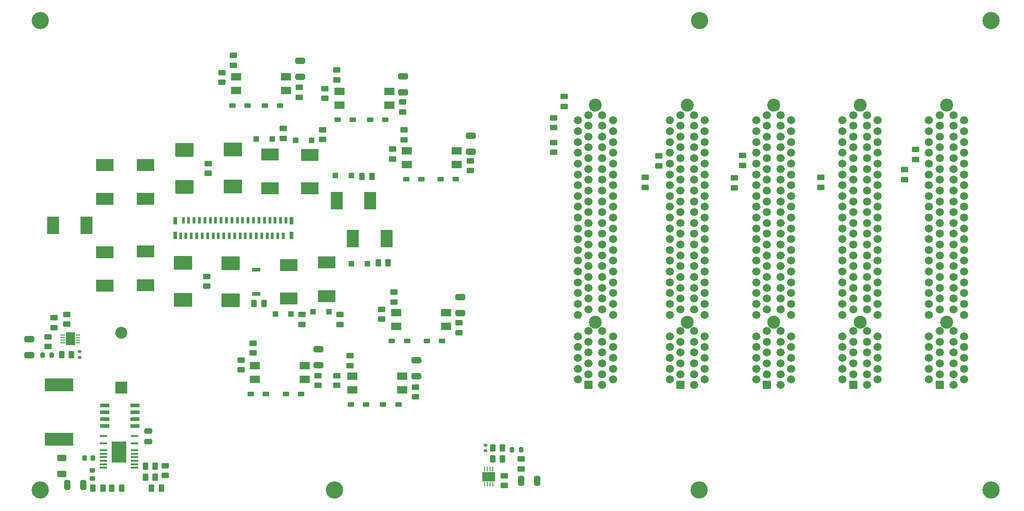
<source format=gts>
%TF.GenerationSoftware,KiCad,Pcbnew,8.0.1*%
%TF.CreationDate,2024-04-16T18:19:40-05:00*%
%TF.ProjectId,Backplane,4261636b-706c-4616-9e65-2e6b69636164,rev?*%
%TF.SameCoordinates,Original*%
%TF.FileFunction,Soldermask,Top*%
%TF.FilePolarity,Negative*%
%FSLAX46Y46*%
G04 Gerber Fmt 4.6, Leading zero omitted, Abs format (unit mm)*
G04 Created by KiCad (PCBNEW 8.0.1) date 2024-04-16 18:19:40*
%MOMM*%
%LPD*%
G01*
G04 APERTURE LIST*
G04 Aperture macros list*
%AMRoundRect*
0 Rectangle with rounded corners*
0 $1 Rounding radius*
0 $2 $3 $4 $5 $6 $7 $8 $9 X,Y pos of 4 corners*
0 Add a 4 corners polygon primitive as box body*
4,1,4,$2,$3,$4,$5,$6,$7,$8,$9,$2,$3,0*
0 Add four circle primitives for the rounded corners*
1,1,$1+$1,$2,$3*
1,1,$1+$1,$4,$5*
1,1,$1+$1,$6,$7*
1,1,$1+$1,$8,$9*
0 Add four rect primitives between the rounded corners*
20,1,$1+$1,$2,$3,$4,$5,0*
20,1,$1+$1,$4,$5,$6,$7,0*
20,1,$1+$1,$6,$7,$8,$9,0*
20,1,$1+$1,$8,$9,$2,$3,0*%
G04 Aperture macros list end*
%ADD10RoundRect,0.250000X0.450000X-0.262500X0.450000X0.262500X-0.450000X0.262500X-0.450000X-0.262500X0*%
%ADD11R,1.955800X1.346200*%
%ADD12RoundRect,0.250000X0.650000X-0.325000X0.650000X0.325000X-0.650000X0.325000X-0.650000X-0.325000X0*%
%ADD13RoundRect,0.250000X0.625000X-0.312500X0.625000X0.312500X-0.625000X0.312500X-0.625000X-0.312500X0*%
%ADD14RoundRect,0.250000X-0.450000X0.262500X-0.450000X-0.262500X0.450000X-0.262500X0.450000X0.262500X0*%
%ADD15RoundRect,0.102000X1.560000X-1.145000X1.560000X1.145000X-1.560000X1.145000X-1.560000X-1.145000X0*%
%ADD16RoundRect,0.102000X-0.525000X-0.300000X0.525000X-0.300000X0.525000X0.300000X-0.525000X0.300000X0*%
%ADD17RoundRect,0.102000X0.525000X0.300000X-0.525000X0.300000X-0.525000X-0.300000X0.525000X-0.300000X0*%
%ADD18R,3.200400X2.184400*%
%ADD19RoundRect,0.102000X-1.560000X1.145000X-1.560000X-1.145000X1.560000X-1.145000X1.560000X1.145000X0*%
%ADD20RoundRect,0.250000X-0.262500X-0.450000X0.262500X-0.450000X0.262500X0.450000X-0.262500X0.450000X0*%
%ADD21RoundRect,0.250000X-0.475000X0.250000X-0.475000X-0.250000X0.475000X-0.250000X0.475000X0.250000X0*%
%ADD22RoundRect,0.250000X-0.325000X-0.650000X0.325000X-0.650000X0.325000X0.650000X-0.325000X0.650000X0*%
%ADD23C,2.400000*%
%ADD24RoundRect,0.102000X0.644000X-0.644000X0.644000X0.644000X-0.644000X0.644000X-0.644000X-0.644000X0*%
%ADD25C,1.492000*%
%ADD26R,2.184400X3.200400*%
%ADD27R,1.092200X0.990600*%
%ADD28RoundRect,0.225000X0.225000X0.250000X-0.225000X0.250000X-0.225000X-0.250000X0.225000X-0.250000X0*%
%ADD29R,1.498600X0.711200*%
%ADD30C,3.200000*%
%ADD31RoundRect,0.225000X-0.250000X0.225000X-0.250000X-0.225000X0.250000X-0.225000X0.250000X0.225000X0*%
%ADD32RoundRect,0.200000X0.200000X0.275000X-0.200000X0.275000X-0.200000X-0.275000X0.200000X-0.275000X0*%
%ADD33RoundRect,0.135000X0.185000X-0.135000X0.185000X0.135000X-0.185000X0.135000X-0.185000X-0.135000X0*%
%ADD34R,1.752600X0.660400*%
%ADD35R,0.600000X1.200000*%
%ADD36R,0.800000X1.400000*%
%ADD37RoundRect,0.250000X0.262500X0.450000X-0.262500X0.450000X-0.262500X-0.450000X0.262500X-0.450000X0*%
%ADD38R,1.358900X0.355600*%
%ADD39R,2.743200X3.860800*%
%ADD40RoundRect,0.250000X0.325000X0.650000X-0.325000X0.650000X-0.325000X-0.650000X0.325000X-0.650000X0*%
%ADD41RoundRect,0.135000X-0.185000X0.135000X-0.185000X-0.135000X0.185000X-0.135000X0.185000X0.135000X0*%
%ADD42R,5.207000X2.413000*%
%ADD43R,2.200000X2.200000*%
%ADD44O,2.200000X2.200000*%
%ADD45R,0.254000X0.812800*%
%ADD46R,2.489200X1.752600*%
%ADD47R,0.812800X0.254000*%
%ADD48R,1.752600X2.489200*%
G04 APERTURE END LIST*
D10*
X202000001Y-69312499D03*
X202000001Y-67487499D03*
X209711335Y-61920829D03*
X209711335Y-60095829D03*
D11*
X212389901Y-60629999D03*
X212389901Y-63169999D03*
X221610101Y-63169999D03*
X221610101Y-60629999D03*
D12*
X226597292Y-113389347D03*
X226597292Y-110439347D03*
D13*
X161000000Y-131462500D03*
X161000000Y-128537500D03*
D14*
X317000000Y-75137500D03*
X317000000Y-76962500D03*
D15*
X183455001Y-99242499D03*
X183455001Y-92382499D03*
D10*
X205500001Y-103812499D03*
X205500001Y-101987499D03*
D12*
X208542967Y-111369992D03*
X208542967Y-108419992D03*
D11*
X214779801Y-113399999D03*
X214779801Y-115939999D03*
X224000001Y-115939999D03*
X224000001Y-113399999D03*
D16*
X220900001Y-65899999D03*
X218100001Y-65899999D03*
D17*
X214489901Y-118669999D03*
X217289901Y-118669999D03*
D18*
X176500001Y-90275799D03*
X176500001Y-96524199D03*
D14*
X287000000Y-72500000D03*
X287000000Y-74325000D03*
D19*
X192680001Y-71382499D03*
X192680001Y-78242499D03*
D10*
X211867313Y-58510463D03*
X211867313Y-56685463D03*
D20*
X196587501Y-99899999D03*
X198412501Y-99899999D03*
D10*
X208398193Y-115082499D03*
X208398193Y-113257499D03*
D21*
X177000000Y-123550000D03*
X177000000Y-125450000D03*
D17*
X224741189Y-76899999D03*
X227541189Y-76899999D03*
D16*
X223289901Y-118669999D03*
X220489901Y-118669999D03*
D10*
X158500000Y-107902500D03*
X158500000Y-106077500D03*
D11*
X222889901Y-101629999D03*
X222889901Y-104169999D03*
X232110101Y-104169999D03*
X232110101Y-101629999D03*
D10*
X220236831Y-102807889D03*
X220236831Y-100982889D03*
X236584515Y-75312499D03*
X236584515Y-73487499D03*
D22*
X162025000Y-133500000D03*
X164975000Y-133500000D03*
D23*
X324750000Y-103350000D03*
X324750000Y-63200000D03*
D24*
X323500000Y-115000000D03*
D25*
X321500000Y-114000000D03*
X323500000Y-113000000D03*
X321500000Y-112000000D03*
X323500000Y-111000000D03*
X321500000Y-110000000D03*
X323500000Y-109000000D03*
X321500000Y-108000000D03*
X323500000Y-107000000D03*
X321500000Y-106000000D03*
X323500000Y-105000000D03*
X321500000Y-102000000D03*
X323500000Y-101000000D03*
X321500000Y-100000000D03*
X323500000Y-99000000D03*
X321500000Y-98000000D03*
X323500000Y-97000000D03*
X321500000Y-96000000D03*
X323500000Y-95000000D03*
X321500000Y-94000000D03*
X323500000Y-93000000D03*
X321500000Y-92000000D03*
X323500000Y-91000000D03*
X321500000Y-90000000D03*
X323500000Y-89000000D03*
X321500000Y-88000000D03*
X323500000Y-87000000D03*
X321500000Y-86000000D03*
X323500000Y-85000000D03*
X321500000Y-84000000D03*
X323500000Y-83000000D03*
X321500000Y-82000000D03*
X323500000Y-81000000D03*
X321500000Y-80000000D03*
X323500000Y-79000000D03*
X321500000Y-78000000D03*
X323500000Y-77000000D03*
X321500000Y-76000000D03*
X323500000Y-75000000D03*
X321500000Y-74000000D03*
X323500000Y-73000000D03*
X321500000Y-72000000D03*
X323500000Y-71000000D03*
X321500000Y-70000000D03*
X323500000Y-69000000D03*
X321500000Y-68000000D03*
X323500000Y-67000000D03*
X321500000Y-66000000D03*
X323500000Y-65000000D03*
X326000000Y-115000000D03*
X328000000Y-114000000D03*
X326000000Y-113000000D03*
X328000000Y-112000000D03*
X326000000Y-111000000D03*
X328000000Y-110000000D03*
X326000000Y-109000000D03*
X328000000Y-108000000D03*
X326000000Y-107000000D03*
X328000000Y-106000000D03*
X326000000Y-105000000D03*
X328000000Y-102000000D03*
X326000000Y-101000000D03*
X328000000Y-100000000D03*
X326000000Y-99000000D03*
X328000000Y-98000000D03*
X326000000Y-97000000D03*
X328000000Y-96000000D03*
X326000000Y-95000000D03*
X328000000Y-94000000D03*
X326000000Y-93000000D03*
X328000000Y-92000000D03*
X326000000Y-91000000D03*
X328000000Y-90000000D03*
X326000000Y-89000000D03*
X328000000Y-88000000D03*
X326000000Y-87000000D03*
X328000000Y-86000000D03*
X326000000Y-85000000D03*
X328000000Y-84000000D03*
X326000000Y-83000000D03*
X328000000Y-82000000D03*
X326000000Y-81000000D03*
X328000000Y-80000000D03*
X326000000Y-79000000D03*
X328000000Y-78000000D03*
X326000000Y-77000000D03*
X328000000Y-76000000D03*
X326000000Y-75000000D03*
X328000000Y-74000000D03*
X326000000Y-73000000D03*
X328000000Y-72000000D03*
X326000000Y-71000000D03*
X328000000Y-70000000D03*
X326000000Y-69000000D03*
X328000000Y-68000000D03*
X326000000Y-67000000D03*
X328000000Y-66000000D03*
X326000000Y-65000000D03*
D26*
X211875801Y-80899999D03*
X218124201Y-80899999D03*
D23*
X259750000Y-103350000D03*
X259750000Y-63200000D03*
D24*
X258500000Y-115000000D03*
D25*
X256500000Y-114000000D03*
X258500000Y-113000000D03*
X256500000Y-112000000D03*
X258500000Y-111000000D03*
X256500000Y-110000000D03*
X258500000Y-109000000D03*
X256500000Y-108000000D03*
X258500000Y-107000000D03*
X256500000Y-106000000D03*
X258500000Y-105000000D03*
X256500000Y-102000000D03*
X258500000Y-101000000D03*
X256500000Y-100000000D03*
X258500000Y-99000000D03*
X256500000Y-98000000D03*
X258500000Y-97000000D03*
X256500000Y-96000000D03*
X258500000Y-95000000D03*
X256500000Y-94000000D03*
X258500000Y-93000000D03*
X256500000Y-92000000D03*
X258500000Y-91000000D03*
X256500000Y-90000000D03*
X258500000Y-89000000D03*
X256500000Y-88000000D03*
X258500000Y-87000000D03*
X256500000Y-86000000D03*
X258500000Y-85000000D03*
X256500000Y-84000000D03*
X258500000Y-83000000D03*
X256500000Y-82000000D03*
X258500000Y-81000000D03*
X256500000Y-80000000D03*
X258500000Y-79000000D03*
X256500000Y-78000000D03*
X258500000Y-77000000D03*
X256500000Y-76000000D03*
X258500000Y-75000000D03*
X256500000Y-74000000D03*
X258500000Y-73000000D03*
X256500000Y-72000000D03*
X258500000Y-71000000D03*
X256500000Y-70000000D03*
X258500000Y-69000000D03*
X256500000Y-68000000D03*
X258500000Y-67000000D03*
X256500000Y-66000000D03*
X258500000Y-65000000D03*
X261000000Y-115000000D03*
X263000000Y-114000000D03*
X261000000Y-113000000D03*
X263000000Y-112000000D03*
X261000000Y-111000000D03*
X263000000Y-110000000D03*
X261000000Y-109000000D03*
X263000000Y-108000000D03*
X261000000Y-107000000D03*
X263000000Y-106000000D03*
X261000000Y-105000000D03*
X263000000Y-102000000D03*
X261000000Y-101000000D03*
X263000000Y-100000000D03*
X261000000Y-99000000D03*
X263000000Y-98000000D03*
X261000000Y-97000000D03*
X263000000Y-96000000D03*
X261000000Y-95000000D03*
X263000000Y-94000000D03*
X261000000Y-93000000D03*
X263000000Y-92000000D03*
X261000000Y-91000000D03*
X263000000Y-90000000D03*
X261000000Y-89000000D03*
X263000000Y-88000000D03*
X261000000Y-87000000D03*
X263000000Y-86000000D03*
X261000000Y-85000000D03*
X263000000Y-84000000D03*
X261000000Y-83000000D03*
X263000000Y-82000000D03*
X261000000Y-81000000D03*
X263000000Y-80000000D03*
X261000000Y-79000000D03*
X263000000Y-78000000D03*
X261000000Y-77000000D03*
X263000000Y-76000000D03*
X261000000Y-75000000D03*
X263000000Y-74000000D03*
X261000000Y-73000000D03*
X263000000Y-72000000D03*
X261000000Y-71000000D03*
X263000000Y-70000000D03*
X261000000Y-69000000D03*
X263000000Y-68000000D03*
X261000000Y-67000000D03*
X263000000Y-66000000D03*
X261000000Y-65000000D03*
D14*
X246000000Y-128735614D03*
X246000000Y-130560614D03*
D10*
X212500001Y-103812499D03*
X212500001Y-101987499D03*
X222457986Y-99651511D03*
X222457986Y-97826511D03*
D14*
X319047203Y-71405605D03*
X319047203Y-73230605D03*
D16*
X233900001Y-76899999D03*
X231100001Y-76899999D03*
D27*
X210473201Y-101399999D03*
X207526801Y-101399999D03*
D12*
X224215188Y-60769455D03*
X224215188Y-57819455D03*
D28*
X166775000Y-128500000D03*
X165225000Y-128500000D03*
D14*
X254000000Y-61587500D03*
X254000000Y-63412500D03*
D18*
X203000001Y-92775799D03*
X203000001Y-99024199D03*
D15*
X192275001Y-99329999D03*
X192275001Y-92469999D03*
D29*
X197000001Y-93626699D03*
X197000001Y-98173299D03*
D30*
X157000000Y-47500000D03*
D23*
X276750000Y-103350000D03*
X276750000Y-63200000D03*
D24*
X275500000Y-115000000D03*
D25*
X273500000Y-114000000D03*
X275500000Y-113000000D03*
X273500000Y-112000000D03*
X275500000Y-111000000D03*
X273500000Y-110000000D03*
X275500000Y-109000000D03*
X273500000Y-108000000D03*
X275500000Y-107000000D03*
X273500000Y-106000000D03*
X275500000Y-105000000D03*
X273500000Y-102000000D03*
X275500000Y-101000000D03*
X273500000Y-100000000D03*
X275500000Y-99000000D03*
X273500000Y-98000000D03*
X275500000Y-97000000D03*
X273500000Y-96000000D03*
X275500000Y-95000000D03*
X273500000Y-94000000D03*
X275500000Y-93000000D03*
X273500000Y-92000000D03*
X275500000Y-91000000D03*
X273500000Y-90000000D03*
X275500000Y-89000000D03*
X273500000Y-88000000D03*
X275500000Y-87000000D03*
X273500000Y-86000000D03*
X275500000Y-85000000D03*
X273500000Y-84000000D03*
X275500000Y-83000000D03*
X273500000Y-82000000D03*
X275500000Y-81000000D03*
X273500000Y-80000000D03*
X275500000Y-79000000D03*
X273500000Y-78000000D03*
X275500000Y-77000000D03*
X273500000Y-76000000D03*
X275500000Y-75000000D03*
X273500000Y-74000000D03*
X275500000Y-73000000D03*
X273500000Y-72000000D03*
X275500000Y-71000000D03*
X273500000Y-70000000D03*
X275500000Y-69000000D03*
X273500000Y-68000000D03*
X275500000Y-67000000D03*
X273500000Y-66000000D03*
X275500000Y-65000000D03*
X278000000Y-115000000D03*
X280000000Y-114000000D03*
X278000000Y-113000000D03*
X280000000Y-112000000D03*
X278000000Y-111000000D03*
X280000000Y-110000000D03*
X278000000Y-109000000D03*
X280000000Y-108000000D03*
X278000000Y-107000000D03*
X280000000Y-106000000D03*
X278000000Y-105000000D03*
X280000000Y-102000000D03*
X278000000Y-101000000D03*
X280000000Y-100000000D03*
X278000000Y-99000000D03*
X280000000Y-98000000D03*
X278000000Y-97000000D03*
X280000000Y-96000000D03*
X278000000Y-95000000D03*
X280000000Y-94000000D03*
X278000000Y-93000000D03*
X280000000Y-92000000D03*
X278000000Y-91000000D03*
X280000000Y-90000000D03*
X278000000Y-89000000D03*
X280000000Y-88000000D03*
X278000000Y-87000000D03*
X280000000Y-86000000D03*
X278000000Y-85000000D03*
X280000000Y-84000000D03*
X278000000Y-83000000D03*
X280000000Y-82000000D03*
X278000000Y-81000000D03*
X280000000Y-80000000D03*
X278000000Y-79000000D03*
X280000000Y-78000000D03*
X278000000Y-77000000D03*
X280000000Y-76000000D03*
X278000000Y-75000000D03*
X280000000Y-74000000D03*
X278000000Y-73000000D03*
X280000000Y-72000000D03*
X278000000Y-71000000D03*
X280000000Y-70000000D03*
X278000000Y-69000000D03*
X280000000Y-68000000D03*
X278000000Y-67000000D03*
X280000000Y-66000000D03*
X278000000Y-65000000D03*
D10*
X226490068Y-117218607D03*
X226490068Y-115393607D03*
X187860404Y-96726897D03*
X187860404Y-94901897D03*
D26*
X165624201Y-85399999D03*
X159375801Y-85399999D03*
D20*
X176475233Y-130034219D03*
X178300233Y-130034219D03*
D23*
X308750000Y-103350000D03*
X308750000Y-63200000D03*
D24*
X307500000Y-115000000D03*
D25*
X305500000Y-114000000D03*
X307500000Y-113000000D03*
X305500000Y-112000000D03*
X307500000Y-111000000D03*
X305500000Y-110000000D03*
X307500000Y-109000000D03*
X305500000Y-108000000D03*
X307500000Y-107000000D03*
X305500000Y-106000000D03*
X307500000Y-105000000D03*
X305500000Y-102000000D03*
X307500000Y-101000000D03*
X305500000Y-100000000D03*
X307500000Y-99000000D03*
X305500000Y-98000000D03*
X307500000Y-97000000D03*
X305500000Y-96000000D03*
X307500000Y-95000000D03*
X305500000Y-94000000D03*
X307500000Y-93000000D03*
X305500000Y-92000000D03*
X307500000Y-91000000D03*
X305500000Y-90000000D03*
X307500000Y-89000000D03*
X305500000Y-88000000D03*
X307500000Y-87000000D03*
X305500000Y-86000000D03*
X307500000Y-85000000D03*
X305500000Y-84000000D03*
X307500000Y-83000000D03*
X305500000Y-82000000D03*
X307500000Y-81000000D03*
X305500000Y-80000000D03*
X307500000Y-79000000D03*
X305500000Y-78000000D03*
X307500000Y-77000000D03*
X305500000Y-76000000D03*
X307500000Y-75000000D03*
X305500000Y-74000000D03*
X307500000Y-73000000D03*
X305500000Y-72000000D03*
X307500000Y-71000000D03*
X305500000Y-70000000D03*
X307500000Y-69000000D03*
X305500000Y-68000000D03*
X307500000Y-67000000D03*
X305500000Y-66000000D03*
X307500000Y-65000000D03*
X310000000Y-115000000D03*
X312000000Y-114000000D03*
X310000000Y-113000000D03*
X312000000Y-112000000D03*
X310000000Y-111000000D03*
X312000000Y-110000000D03*
X310000000Y-109000000D03*
X312000000Y-108000000D03*
X310000000Y-107000000D03*
X312000000Y-106000000D03*
X310000000Y-105000000D03*
X312000000Y-102000000D03*
X310000000Y-101000000D03*
X312000000Y-100000000D03*
X310000000Y-99000000D03*
X312000000Y-98000000D03*
X310000000Y-97000000D03*
X312000000Y-96000000D03*
X310000000Y-95000000D03*
X312000000Y-94000000D03*
X310000000Y-93000000D03*
X312000000Y-92000000D03*
X310000000Y-91000000D03*
X312000000Y-90000000D03*
X310000000Y-89000000D03*
X312000000Y-88000000D03*
X310000000Y-87000000D03*
X312000000Y-86000000D03*
X310000000Y-85000000D03*
X312000000Y-84000000D03*
X310000000Y-83000000D03*
X312000000Y-82000000D03*
X310000000Y-81000000D03*
X312000000Y-80000000D03*
X310000000Y-79000000D03*
X312000000Y-78000000D03*
X310000000Y-77000000D03*
X312000000Y-76000000D03*
X310000000Y-75000000D03*
X312000000Y-74000000D03*
X310000000Y-73000000D03*
X312000000Y-72000000D03*
X310000000Y-71000000D03*
X312000000Y-70000000D03*
X310000000Y-69000000D03*
X312000000Y-68000000D03*
X310000000Y-67000000D03*
X312000000Y-66000000D03*
X310000000Y-65000000D03*
D20*
X219587501Y-92399999D03*
X221412501Y-92399999D03*
D31*
X166679446Y-130805561D03*
X166679446Y-132355561D03*
D30*
X333000000Y-134500000D03*
D11*
X196779801Y-111399999D03*
X196779801Y-113939999D03*
X206000001Y-113939999D03*
X206000001Y-111399999D03*
D12*
X205133387Y-57895899D03*
X205133387Y-54945899D03*
D30*
X279000000Y-47500000D03*
D14*
X252000000Y-70087500D03*
X252000000Y-71912500D03*
X252000000Y-65500000D03*
X252000000Y-67325000D03*
D32*
X159150000Y-109490000D03*
X157500000Y-109490000D03*
D23*
X292750000Y-103350000D03*
X292750000Y-63200000D03*
D24*
X291500000Y-115000000D03*
D25*
X289500000Y-114000000D03*
X291500000Y-113000000D03*
X289500000Y-112000000D03*
X291500000Y-111000000D03*
X289500000Y-110000000D03*
X291500000Y-109000000D03*
X289500000Y-108000000D03*
X291500000Y-107000000D03*
X289500000Y-106000000D03*
X291500000Y-105000000D03*
X289500000Y-102000000D03*
X291500000Y-101000000D03*
X289500000Y-100000000D03*
X291500000Y-99000000D03*
X289500000Y-98000000D03*
X291500000Y-97000000D03*
X289500000Y-96000000D03*
X291500000Y-95000000D03*
X289500000Y-94000000D03*
X291500000Y-93000000D03*
X289500000Y-92000000D03*
X291500000Y-91000000D03*
X289500000Y-90000000D03*
X291500000Y-89000000D03*
X289500000Y-88000000D03*
X291500000Y-87000000D03*
X289500000Y-86000000D03*
X291500000Y-85000000D03*
X289500000Y-84000000D03*
X291500000Y-83000000D03*
X289500000Y-82000000D03*
X291500000Y-81000000D03*
X289500000Y-80000000D03*
X291500000Y-79000000D03*
X289500000Y-78000000D03*
X291500000Y-77000000D03*
X289500000Y-76000000D03*
X291500000Y-75000000D03*
X289500000Y-74000000D03*
X291500000Y-73000000D03*
X289500000Y-72000000D03*
X291500000Y-71000000D03*
X289500000Y-70000000D03*
X291500000Y-69000000D03*
X289500000Y-68000000D03*
X291500000Y-67000000D03*
X289500000Y-66000000D03*
X291500000Y-65000000D03*
X294000000Y-115000000D03*
X296000000Y-114000000D03*
X294000000Y-113000000D03*
X296000000Y-112000000D03*
X294000000Y-111000000D03*
X296000000Y-110000000D03*
X294000000Y-109000000D03*
X296000000Y-108000000D03*
X294000000Y-107000000D03*
X296000000Y-106000000D03*
X294000000Y-105000000D03*
X296000000Y-102000000D03*
X294000000Y-101000000D03*
X296000000Y-100000000D03*
X294000000Y-99000000D03*
X296000000Y-98000000D03*
X294000000Y-97000000D03*
X296000000Y-96000000D03*
X294000000Y-95000000D03*
X296000000Y-94000000D03*
X294000000Y-93000000D03*
X296000000Y-92000000D03*
X294000000Y-91000000D03*
X296000000Y-90000000D03*
X294000000Y-89000000D03*
X296000000Y-88000000D03*
X294000000Y-87000000D03*
X296000000Y-86000000D03*
X294000000Y-85000000D03*
X296000000Y-84000000D03*
X294000000Y-83000000D03*
X296000000Y-82000000D03*
X294000000Y-81000000D03*
X296000000Y-80000000D03*
X294000000Y-79000000D03*
X296000000Y-78000000D03*
X294000000Y-77000000D03*
X296000000Y-76000000D03*
X294000000Y-75000000D03*
X296000000Y-74000000D03*
X294000000Y-73000000D03*
X296000000Y-72000000D03*
X294000000Y-71000000D03*
X296000000Y-70000000D03*
X294000000Y-69000000D03*
X296000000Y-68000000D03*
X294000000Y-67000000D03*
X296000000Y-66000000D03*
X294000000Y-65000000D03*
D10*
X161969597Y-103756145D03*
X161969597Y-101931145D03*
D33*
X239420009Y-127219212D03*
X239420009Y-126199212D03*
D27*
X211684504Y-76168159D03*
X214630904Y-76168159D03*
D30*
X157000000Y-134500000D03*
D10*
X234498985Y-105312499D03*
X234498985Y-103487499D03*
X224348678Y-69595344D03*
X224348678Y-67770344D03*
D34*
X168984158Y-118798145D03*
X168984158Y-120068145D03*
X168984158Y-121338145D03*
X168984158Y-122608145D03*
X174584156Y-122608145D03*
X174584156Y-121338145D03*
X174584156Y-120068145D03*
X174584156Y-118798145D03*
D35*
X183000000Y-87399999D03*
X183500000Y-84500000D03*
X183999999Y-87399999D03*
X184500000Y-84500000D03*
X185000000Y-87399999D03*
X185500000Y-84500000D03*
X186000000Y-87399999D03*
X186500000Y-84500000D03*
X187000000Y-87399999D03*
X187500000Y-84500000D03*
X188000000Y-87399999D03*
X188500000Y-84500000D03*
X189000000Y-87399999D03*
X189500000Y-84500000D03*
X190000000Y-87399999D03*
X190500000Y-84500000D03*
X191000000Y-87399999D03*
X191500000Y-84500000D03*
X192000000Y-87399999D03*
X192500000Y-84500000D03*
X193000000Y-87399999D03*
X193500000Y-84500000D03*
X194000000Y-87399999D03*
X194500000Y-84500000D03*
X195000000Y-87399999D03*
X195500000Y-84500000D03*
X196000000Y-87399999D03*
X196500000Y-84500000D03*
X197000000Y-87399999D03*
X197500000Y-84500000D03*
X198000000Y-87399999D03*
X198500000Y-84500000D03*
X199000000Y-87399999D03*
X199500001Y-84500000D03*
X200000000Y-87399999D03*
X200500000Y-84500000D03*
X201000001Y-87399999D03*
X201500000Y-84500000D03*
X202000001Y-87399999D03*
X202500000Y-84500000D03*
D36*
X181999997Y-87300000D03*
X203499957Y-87300000D03*
X181999997Y-84600000D03*
X203499957Y-84600000D03*
D10*
X211889901Y-115082499D03*
X211889901Y-113257499D03*
D16*
X205289901Y-116687898D03*
X202489901Y-116687898D03*
D20*
X240747978Y-126637384D03*
X242572978Y-126637384D03*
D17*
X212100001Y-65899999D03*
X214900001Y-65899999D03*
D30*
X278976187Y-134500000D03*
D16*
X224900001Y-106899999D03*
X222100001Y-106899999D03*
D10*
X224064449Y-64441523D03*
X224064449Y-62616523D03*
D37*
X162823134Y-109402520D03*
X160998134Y-109402520D03*
D14*
X269000000Y-76587500D03*
X269000000Y-78412500D03*
D11*
X193279801Y-57899999D03*
X193279801Y-60439999D03*
X202500001Y-60439999D03*
X202500001Y-57899999D03*
D32*
X245994833Y-127038860D03*
X244344833Y-127038860D03*
D30*
X211500000Y-134500000D03*
D10*
X209273998Y-69556362D03*
X209273998Y-67731362D03*
D37*
X172072124Y-134143895D03*
X170247124Y-134143895D03*
D27*
X207212042Y-69679018D03*
X204265642Y-69679018D03*
D12*
X236740386Y-71771762D03*
X236740386Y-68821762D03*
X155000000Y-109465000D03*
X155000000Y-106515000D03*
D38*
X168746900Y-124499998D03*
X168746900Y-125799997D03*
X168746900Y-127099997D03*
X168746900Y-127749996D03*
X168746900Y-128399997D03*
X168746900Y-129049996D03*
X168746900Y-129699997D03*
X168746900Y-130349996D03*
X174500000Y-130349998D03*
X174500000Y-129700000D03*
X174500000Y-129049999D03*
X174500000Y-128400000D03*
X174500000Y-127749999D03*
X174500000Y-127100000D03*
X174500000Y-125800000D03*
X174500000Y-124500000D03*
D39*
X171623450Y-127424998D03*
D12*
X234732791Y-101672058D03*
X234732791Y-98722058D03*
D18*
X206867193Y-78617394D03*
X206867193Y-72368994D03*
X199550415Y-78574738D03*
X199550415Y-72326338D03*
D40*
X248948932Y-132745486D03*
X245998932Y-132745486D03*
D37*
X178294661Y-132095083D03*
X176469661Y-132095083D03*
D27*
X214635371Y-92580801D03*
X217581771Y-92580801D03*
D14*
X159610467Y-102581360D03*
X159610467Y-104406360D03*
D17*
X192584042Y-63241426D03*
X195384042Y-63241426D03*
D10*
X190611385Y-58968466D03*
X190611385Y-57143466D03*
D41*
X164298543Y-108848213D03*
X164298543Y-109868213D03*
D10*
X194231306Y-112225059D03*
X194231306Y-110400059D03*
D30*
X333000000Y-47500000D03*
D16*
X201400001Y-63283584D03*
X198600001Y-63283584D03*
D27*
X203473201Y-101899999D03*
X200526801Y-101899999D03*
D37*
X242593029Y-128679815D03*
X240768029Y-128679815D03*
D10*
X214353234Y-111411683D03*
X214353234Y-109586683D03*
D14*
X188099616Y-73982122D03*
X188099616Y-75807122D03*
D42*
X160500000Y-125041900D03*
X160500000Y-114958100D03*
D20*
X216587501Y-76399999D03*
X218412501Y-76399999D03*
D11*
X224889901Y-71629999D03*
X224889901Y-74169999D03*
X234110101Y-74169999D03*
X234110101Y-71629999D03*
D14*
X301500000Y-76587500D03*
X301500000Y-78412500D03*
D18*
X210000001Y-92275799D03*
X210000001Y-98524199D03*
X176500001Y-80524199D03*
X176500001Y-74275799D03*
D14*
X271500000Y-72587500D03*
X271500000Y-74412500D03*
D10*
X205000001Y-61724999D03*
X205000001Y-59899999D03*
D16*
X231400001Y-106899999D03*
X228600001Y-106899999D03*
D43*
X172000000Y-115500000D03*
D44*
X172000000Y-105340000D03*
D20*
X177627466Y-134112178D03*
X179452466Y-134112178D03*
D19*
X183680001Y-71452499D03*
X183680001Y-78312499D03*
D45*
X240734260Y-130608362D03*
X240234259Y-130608362D03*
X239734259Y-130608362D03*
X239234258Y-130608362D03*
X239234258Y-133402362D03*
X239734259Y-133402362D03*
X240234259Y-133402362D03*
X240734260Y-133402362D03*
D46*
X239984259Y-132005362D03*
D18*
X169000000Y-80524199D03*
X169000000Y-74275799D03*
D10*
X196389901Y-109082499D03*
X196389901Y-107257499D03*
X222205458Y-73157644D03*
X222205458Y-71332644D03*
D14*
X180146398Y-129948735D03*
X180146398Y-131773735D03*
D17*
X195989901Y-116669999D03*
X198789901Y-116669999D03*
D18*
X169000001Y-90399999D03*
X169000001Y-96648399D03*
D37*
X168612753Y-134143118D03*
X166787753Y-134143118D03*
D10*
X242905960Y-133650421D03*
X242905960Y-131825421D03*
D27*
X199973201Y-69399999D03*
X197026801Y-69399999D03*
D26*
X214875801Y-87899999D03*
X221124201Y-87899999D03*
D47*
X161211857Y-105727512D03*
X161211857Y-106227513D03*
X161211857Y-106727513D03*
X161211857Y-107227514D03*
X164005857Y-107227514D03*
X164005857Y-106727513D03*
X164005857Y-106227513D03*
X164005857Y-105727512D03*
D48*
X162608857Y-106477513D03*
D10*
X192761454Y-55764442D03*
X192761454Y-53939442D03*
D14*
X285500000Y-76675000D03*
X285500000Y-78500000D03*
M02*

</source>
